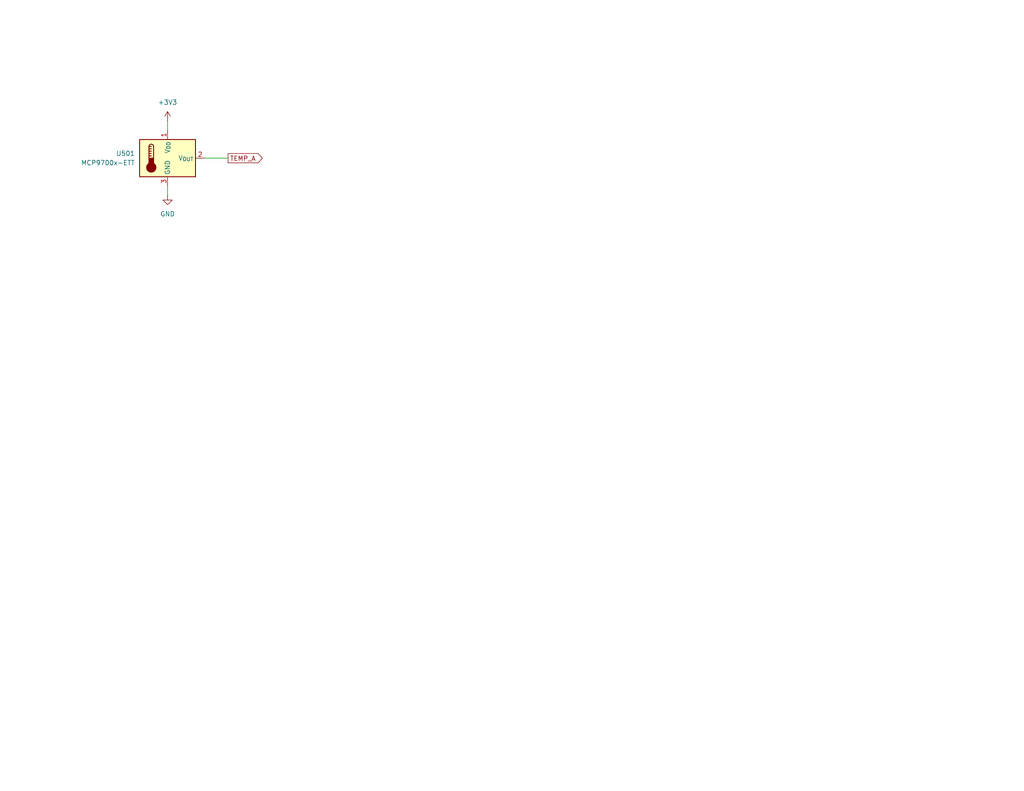
<source format=kicad_sch>
(kicad_sch (version 20231120) (generator "eeschema") (generator_version "8.0")
  (paper "USLetter")
  (title_block (title "Relay Control Board") (date "2024-05-25") (company "UBC ThunderBikes") (comment 1 "Peter Woolsey"))
  (lib_symbols
    (symbol "Sensor_Temperature:MCP9700x-ETT"
      (property "Reference" "U" (at -6.35 6.35 0))
      (property "Value" "MCP9700x-ETT" (at 1.27 6.35 0))
      (symbol "MCP9700x-ETT_0_1"
        (rectangle (start -7.62 5.08) (end 7.62 -5.08) (stroke (width 0.254)) (fill (type background)))
        (circle (center -4.445 -2.54) (radius 1.27) (stroke (width 0.254)) (fill (type outline)))
        (rectangle (start -3.81 -1.905) (end -5.08 0) (stroke (width 0.254)) (fill (type outline)))
        (arc (start -3.81 3.175) (mid -4.445 3.8073) (end -5.08 3.175) (stroke (width 0.254)))
        (polyline (pts (xy -5.08 0.635) (xy -4.445 0.635)) (stroke (width 0.254)))
        (polyline (pts (xy -5.08 1.27) (xy -4.445 1.27)) (stroke (width 0.254)))
        (polyline (pts (xy -5.08 1.905) (xy -4.445 1.905)) (stroke (width 0.254)))
        (polyline (pts (xy -5.08 2.54) (xy -4.445 2.54)) (stroke (width 0.254)))
        (polyline (pts (xy -5.08 3.175) (xy -5.08 0)) (stroke (width 0.254)))
        (polyline (pts (xy -5.08 3.175) (xy -4.445 3.175)) (stroke (width 0.254)))
        (polyline (pts (xy -3.81 3.175) (xy -3.81 0)) (stroke (width 0.254)))
      )
      (symbol "MCP9700x-ETT_1_1"
        (pin power_in line (at 0 7.62 270) (length 2.54) (name "V_{DD}") (number "1"))
        (pin output line (at 10.16 0 180) (length 2.54) (name "V_{OUT}") (number "2"))
        (pin power_in line (at 0 -7.62 90) (length 2.54) (name "GND") (number "3"))
      )
    )
    (symbol "power:+3V3" (power) (pin_numbers hide) (pin_names (offset 0) hide)
      (property "Value" "+3V3" (at 0 3.556 0))
      (symbol "+3V3_0_1"
        (polyline (pts (xy -0.762 1.27) (xy 0 2.54)))
        (polyline (pts (xy 0 0) (xy 0 2.54)))
        (polyline (pts (xy 0 2.54) (xy 0.762 1.27)))
      )
      (symbol "+3V3_1_1"
        (pin power_in line (at 0 0 90) (length 0) (name "~") (number "1"))
      )
    )
    (symbol "power:GND" (power) (pin_numbers hide) (pin_names (offset 0) hide)
      (property "Value" "GND" (at 0 -3.81 0))
      (symbol "GND_0_1"
        (polyline (pts (xy 0 0) (xy 0 -1.27) (xy 1.27 -1.27) (xy 0 -2.54) (xy -1.27 -1.27) (xy 0 -1.27)))
      )
      (symbol "GND_1_1"
        (pin power_in line (at 0 0 270) (length 0) (name "~") (number "1"))
      )
    )
  )
  (wire (pts (xy 45.72 50.8) (xy 45.72 53.34)))
  (wire (pts (xy 45.72 33.02) (xy 45.72 35.56)))
  (wire (pts (xy 55.88 43.18) (xy 62.23 43.18)))
  (global_label "TEMP_A" (shape output) (at 62.23 43.18 0) (property "Intersheetrefs" "${INTERSHEET_REFS}" (effects (hide yes))))
  (symbol (lib_id "power:GND") (at 45.72 53.34 0) (unit 1)
    (property "Reference" "#PWR0502" (effects (hide yes)))
    (property "Value" "GND" (at 45.72 58.42 0))
    (property "Description" "Power symbol creates a global label with name \"GND\" , ground" (effects (hide yes)))
  )
  (symbol (lib_id "power:+3V3") (at 45.72 33.02 0) (unit 1)
    (property "Reference" "#PWR0501" (effects (hide yes)))
    (property "Value" "+3V3" (at 45.72 27.94 0))
    (property "Description" "Power symbol creates a global label with name \"+3V3\"" (effects (hide yes)))
  )
  (symbol (lib_id "Sensor_Temperature:MCP9700x-ETT") (at 45.72 43.18 0) (unit 1)
    (property "Reference" "U501" (at 36.83 41.9099 0) (effects (justify right)))
    (property "Value" "MCP9700x-ETT" (at 36.83 44.4499 0) (effects (justify right)))
    (property "Footprint" "Package_TO_SOT_SMD:SOT-23" (effects (hide yes)))
    (property "Datasheet" "http://ww1.microchip.com/downloads/en/devicedoc/20001942g.pdf" (effects (hide yes)))
    (property "Description" "Low power, analog thermistor temperature sensor, ±4C accuracy, -40C to +125C, in SOT-23-3" (effects (hide yes)))
    (property "DigiKey" "MCP9700T-E/TT" (effects (hide yes)))
  )
)
</source>
